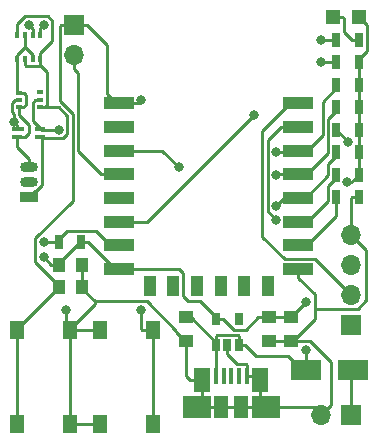
<source format=gbr>
G04 #@! TF.GenerationSoftware,KiCad,Pcbnew,(5.1.0)-1*
G04 #@! TF.CreationDate,2019-04-04T16:35:15+02:00*
G04 #@! TF.ProjectId,WiFi Environment Sensor Node,57694669-2045-46e7-9669-726f6e6d656e,rev?*
G04 #@! TF.SameCoordinates,Original*
G04 #@! TF.FileFunction,Copper,L1,Top*
G04 #@! TF.FilePolarity,Positive*
%FSLAX46Y46*%
G04 Gerber Fmt 4.6, Leading zero omitted, Abs format (unit mm)*
G04 Created by KiCad (PCBNEW (5.1.0)-1) date 2019-04-04 16:35:15*
%MOMM*%
%LPD*%
G04 APERTURE LIST*
%ADD10R,1.250000X1.000000*%
%ADD11R,0.350000X0.500000*%
%ADD12R,0.900000X0.350000*%
%ADD13R,1.000000X0.350000*%
%ADD14R,0.550000X0.300000*%
%ADD15R,2.500000X1.000000*%
%ADD16R,1.000000X1.800000*%
%ADD17R,1.700000X1.700000*%
%ADD18O,1.700000X1.700000*%
%ADD19R,1.175000X1.900000*%
%ADD20R,2.375000X1.900000*%
%ADD21R,1.475000X2.100000*%
%ADD22R,0.450000X1.380000*%
%ADD23R,0.650000X1.060000*%
%ADD24R,1.500000X0.900000*%
%ADD25O,1.500000X0.900000*%
%ADD26R,1.000000X1.250000*%
%ADD27R,2.500000X1.800000*%
%ADD28R,1.200000X1.200000*%
%ADD29R,0.700000X1.300000*%
%ADD30R,1.300000X1.550000*%
%ADD31C,0.800000*%
%ADD32C,0.250000*%
G04 APERTURE END LIST*
D10*
X135890000Y-108680000D03*
X135890000Y-106680000D03*
D11*
X116545000Y-84845000D03*
X115895000Y-84845000D03*
X115245000Y-84845000D03*
X114595000Y-84845000D03*
X114595000Y-82795000D03*
X115245000Y-82795000D03*
X115895000Y-82795000D03*
X116545000Y-82795000D03*
D12*
X116520000Y-90740000D03*
X116520000Y-91440000D03*
X114620000Y-91440000D03*
D13*
X114670000Y-90740000D03*
D14*
X114745000Y-88915000D03*
X114745000Y-88265000D03*
X114745000Y-87665000D03*
X116495000Y-87615000D03*
X116495000Y-88265000D03*
X116495000Y-88915000D03*
D15*
X138410000Y-88575000D03*
X138410000Y-90575000D03*
X138410000Y-92575000D03*
X138410000Y-94575000D03*
X138410000Y-96575000D03*
X138410000Y-98575000D03*
X138410000Y-100575000D03*
X138410000Y-102575000D03*
D16*
X135810000Y-104075000D03*
X133810000Y-104075000D03*
X131810000Y-104075000D03*
X129810000Y-104075000D03*
X127810000Y-104075000D03*
X125810000Y-104075000D03*
D15*
X123210000Y-102575000D03*
X123210000Y-100575000D03*
X123210000Y-98575000D03*
X123210000Y-96575000D03*
X123210000Y-94575000D03*
X123210000Y-92575000D03*
X123210000Y-90575000D03*
X123210000Y-88575000D03*
D17*
X119380000Y-81915000D03*
D18*
X119380000Y-84455000D03*
D19*
X133555000Y-114300000D03*
X131875000Y-114300000D03*
D20*
X135625000Y-114300000D03*
X129805000Y-114300000D03*
D21*
X135177500Y-112000000D03*
X130252500Y-112000000D03*
D22*
X134015000Y-111640000D03*
X133365000Y-111640000D03*
X132715000Y-111640000D03*
X132065000Y-111640000D03*
X131415000Y-111640000D03*
D23*
X131445000Y-106850000D03*
X133345000Y-106850000D03*
X133345000Y-109050000D03*
X132395000Y-109050000D03*
X131445000Y-109050000D03*
D24*
X115570000Y-96520000D03*
D25*
X115570000Y-93980000D03*
X115570000Y-95250000D03*
D18*
X140335000Y-114935000D03*
D17*
X142875000Y-114935000D03*
D10*
X128905000Y-106680000D03*
X128905000Y-108680000D03*
X137795000Y-108680000D03*
X137795000Y-106680000D03*
D26*
X118110000Y-102235000D03*
X120110000Y-102235000D03*
X120110000Y-104140000D03*
X118110000Y-104140000D03*
D27*
X143065000Y-111125000D03*
X139065000Y-111125000D03*
D28*
X141310000Y-81280000D03*
X143510000Y-81280000D03*
D29*
X143505000Y-90805000D03*
X141605000Y-90805000D03*
X143505000Y-92710000D03*
X141605000Y-92710000D03*
X143505000Y-94615000D03*
X141605000Y-94615000D03*
X141610000Y-85090000D03*
X143510000Y-85090000D03*
X143510000Y-88900000D03*
X141610000Y-88900000D03*
X141610000Y-86995000D03*
X143510000Y-86995000D03*
X143505000Y-96520000D03*
X141605000Y-96520000D03*
X141610000Y-83185000D03*
X143510000Y-83185000D03*
X118110000Y-100330000D03*
X120010000Y-100330000D03*
D30*
X119090000Y-107780000D03*
X114590000Y-107780000D03*
X114590000Y-115740000D03*
X119090000Y-115740000D03*
X121575000Y-107780000D03*
X126075000Y-107780000D03*
X126075000Y-115740000D03*
X121575000Y-115740000D03*
D18*
X142875000Y-99695000D03*
X142875000Y-102235000D03*
X142875000Y-104775000D03*
D17*
X142875000Y-107315000D03*
D31*
X118745000Y-106045000D03*
X139065000Y-105410000D03*
X142555002Y-95250000D03*
X116840000Y-101600000D03*
X136525000Y-98425000D03*
X128270000Y-93980000D03*
X142598052Y-91836816D03*
X136525000Y-97245000D03*
X125095000Y-106045000D03*
X116840000Y-100330000D03*
X125095000Y-88265000D03*
X140335000Y-85090000D03*
X136525000Y-94615000D03*
X118110000Y-90805000D03*
X115570000Y-81915000D03*
X114300000Y-90170000D03*
X116840000Y-81915000D03*
X136525000Y-92710000D03*
X139076365Y-109426669D03*
X140335000Y-83185000D03*
X134620000Y-89535000D03*
D32*
X133555000Y-114300000D02*
X135625000Y-114300000D01*
X115245000Y-84845000D02*
X115245000Y-85345000D01*
X134015000Y-111640000D02*
X134817500Y-111640000D01*
X116855002Y-88915000D02*
X116445000Y-88915000D01*
X117095001Y-85895001D02*
X117095001Y-88675001D01*
X116545000Y-84845000D02*
X116545000Y-85345000D01*
X117095001Y-88675001D02*
X116855002Y-88915000D01*
X134817500Y-111640000D02*
X135177500Y-112000000D01*
X115245000Y-85345000D02*
X115320001Y-85420001D01*
X116469999Y-85420001D02*
X116545000Y-85345000D01*
X115320001Y-85420001D02*
X116469999Y-85420001D01*
X116545000Y-85345000D02*
X117095001Y-85895001D01*
X131875000Y-114300000D02*
X133555000Y-114300000D01*
X135625000Y-114300000D02*
X139700000Y-114300000D01*
X139700000Y-114300000D02*
X140335000Y-114935000D01*
X129805000Y-114300000D02*
X131875000Y-114300000D01*
X130252500Y-113852500D02*
X129805000Y-114300000D01*
X130252500Y-112000000D02*
X130252500Y-113852500D01*
X135177500Y-113852500D02*
X135625000Y-114300000D01*
X135177500Y-112000000D02*
X135177500Y-113852500D01*
X119090000Y-115740000D02*
X121575000Y-115740000D01*
X119090000Y-107780000D02*
X119090000Y-115740000D01*
X121575000Y-107780000D02*
X119090000Y-107780000D01*
X142875000Y-99695000D02*
X142875000Y-96550000D01*
X142875000Y-96550000D02*
X142905000Y-96520000D01*
X142905000Y-96520000D02*
X143505000Y-96520000D01*
X117565001Y-81566999D02*
X117565001Y-83324999D01*
X117565001Y-83324999D02*
X116545000Y-84345000D01*
X116545000Y-84345000D02*
X116545000Y-84845000D01*
X115221999Y-81189999D02*
X117188001Y-81189999D01*
X117188001Y-81189999D02*
X117565001Y-81566999D01*
X114595000Y-82795000D02*
X114595000Y-81816998D01*
X114595000Y-81816998D02*
X115221999Y-81189999D01*
X116660001Y-91530001D02*
X116570000Y-91440000D01*
X116445000Y-88915000D02*
X118125000Y-88915000D01*
X118125000Y-88915000D02*
X118835001Y-89625001D01*
X118835001Y-91153001D02*
X118458001Y-91530001D01*
X118835001Y-89625001D02*
X118835001Y-91153001D01*
X118458001Y-91530001D02*
X116660001Y-91530001D01*
X129265000Y-112000000D02*
X130252500Y-112000000D01*
X128905000Y-111640000D02*
X129265000Y-112000000D01*
X128905000Y-108680000D02*
X128905000Y-111640000D01*
X134015000Y-110700000D02*
X134015000Y-111640000D01*
X133939999Y-110624999D02*
X134015000Y-110700000D01*
X133189999Y-110624999D02*
X133939999Y-110624999D01*
X132395000Y-109830000D02*
X133189999Y-110624999D01*
X132395000Y-109050000D02*
X132395000Y-109830000D01*
X135890000Y-108680000D02*
X137795000Y-108680000D01*
X139355002Y-108680000D02*
X138670000Y-108680000D01*
X141184999Y-110509997D02*
X139355002Y-108680000D01*
X141184999Y-114085001D02*
X141184999Y-110509997D01*
X140335000Y-114935000D02*
X141184999Y-114085001D01*
X137795000Y-108680000D02*
X138670000Y-108680000D01*
X120110000Y-102235000D02*
X120110000Y-104140000D01*
X128780000Y-108680000D02*
X128905000Y-108680000D01*
X128030000Y-107930000D02*
X128780000Y-108680000D01*
X128030000Y-107805000D02*
X128030000Y-107930000D01*
X125544999Y-105319999D02*
X128030000Y-107805000D01*
X120110000Y-104265000D02*
X121164999Y-105319999D01*
X120110000Y-104140000D02*
X120110000Y-104265000D01*
X121164999Y-105319999D02*
X125544999Y-105319999D01*
X121164999Y-105580001D02*
X121164999Y-105319999D01*
X119090000Y-107655000D02*
X121164999Y-105580001D01*
X119090000Y-107780000D02*
X119090000Y-107655000D01*
X116705000Y-95511029D02*
X116705000Y-91575000D01*
X116191019Y-96025010D02*
X116705000Y-95511029D01*
X116064990Y-96025010D02*
X116191019Y-96025010D01*
X115570000Y-96520000D02*
X116064990Y-96025010D01*
X116705000Y-91575000D02*
X116570000Y-91440000D01*
X118745000Y-107435000D02*
X119090000Y-107780000D01*
X118745000Y-106045000D02*
X118745000Y-107435000D01*
X138410000Y-103325000D02*
X138410000Y-102575000D01*
X139790001Y-104705001D02*
X138410000Y-103325000D01*
X137920000Y-108680000D02*
X139790001Y-106809999D01*
X137795000Y-108680000D02*
X137920000Y-108680000D01*
X143434003Y-105954999D02*
X139790001Y-105954999D01*
X144145000Y-105244002D02*
X143434003Y-105954999D01*
X144145000Y-100965000D02*
X144145000Y-105244002D01*
X142875000Y-99695000D02*
X144145000Y-100965000D01*
X139790001Y-106809999D02*
X139790001Y-105954999D01*
X139790001Y-105954999D02*
X139790001Y-104705001D01*
X114595000Y-84484998D02*
X114595000Y-84845000D01*
X115245000Y-83834998D02*
X114595000Y-84484998D01*
X115245000Y-82795000D02*
X115245000Y-83834998D01*
X114595000Y-87565000D02*
X114695000Y-87665000D01*
X114595000Y-84845000D02*
X114595000Y-87565000D01*
X115105002Y-88915000D02*
X114695000Y-88915000D01*
X115345001Y-88675001D02*
X115105002Y-88915000D01*
X115345001Y-87854999D02*
X115345001Y-88675001D01*
X115155002Y-87665000D02*
X115345001Y-87854999D01*
X114695000Y-87665000D02*
X115155002Y-87665000D01*
X115895000Y-84484998D02*
X115245000Y-83834998D01*
X115895000Y-84845000D02*
X115895000Y-84484998D01*
X114570000Y-92280000D02*
X114570000Y-91440000D01*
X115570000Y-93280000D02*
X114570000Y-92280000D01*
X115570000Y-93980000D02*
X115570000Y-93280000D01*
X114750010Y-88970010D02*
X114695000Y-88915000D01*
X114750010Y-89556420D02*
X114750010Y-88970010D01*
X115570000Y-90376410D02*
X114750010Y-89556420D01*
X115570000Y-91100002D02*
X115570000Y-90376410D01*
X115230002Y-91440000D02*
X115570000Y-91100002D01*
X114570000Y-91440000D02*
X115230002Y-91440000D01*
X143510000Y-84790000D02*
X143510000Y-85090000D01*
X144185001Y-84114999D02*
X143510000Y-84790000D01*
X144185001Y-81955001D02*
X144185001Y-84114999D01*
X143510000Y-81280000D02*
X144185001Y-81955001D01*
X143510000Y-85090000D02*
X143510000Y-86995000D01*
X143510000Y-86995000D02*
X143510000Y-88900000D01*
X143510000Y-90800000D02*
X143505000Y-90805000D01*
X143510000Y-88900000D02*
X143510000Y-90800000D01*
X143505000Y-90805000D02*
X143505000Y-92710000D01*
X143505000Y-92710000D02*
X143505000Y-94615000D01*
X135015000Y-106680000D02*
X135890000Y-106680000D01*
X133950011Y-107744989D02*
X135015000Y-106680000D01*
X132914989Y-107744989D02*
X133950011Y-107744989D01*
X132020000Y-106850000D02*
X132914989Y-107744989D01*
X131445000Y-106850000D02*
X132020000Y-106850000D01*
X135890000Y-106680000D02*
X137795000Y-106680000D01*
X137795000Y-106680000D02*
X139065000Y-105410000D01*
X142870000Y-95250000D02*
X143505000Y-94615000D01*
X142555002Y-95250000D02*
X142870000Y-95250000D01*
X124710000Y-102575000D02*
X123210000Y-102575000D01*
X128295002Y-102575000D02*
X124710000Y-102575000D01*
X128635001Y-102914999D02*
X128295002Y-102575000D01*
X128635001Y-104885003D02*
X128635001Y-102914999D01*
X129049999Y-105300001D02*
X128635001Y-104885003D01*
X130100001Y-105300001D02*
X129049999Y-105300001D01*
X131445000Y-106645000D02*
X130100001Y-105300001D01*
X131445000Y-106850000D02*
X131445000Y-106645000D01*
X119890000Y-100330000D02*
X120010000Y-100330000D01*
X118110000Y-102110000D02*
X119890000Y-100330000D01*
X118110000Y-102235000D02*
X118110000Y-102110000D01*
X122855000Y-102575000D02*
X123210000Y-102575000D01*
X120610000Y-100330000D02*
X122855000Y-102575000D01*
X120010000Y-100330000D02*
X120610000Y-100330000D01*
X118110000Y-102235000D02*
X117475000Y-102235000D01*
X117475000Y-102235000D02*
X116840000Y-101600000D01*
X137660000Y-88575000D02*
X138410000Y-88575000D01*
X135349990Y-90885010D02*
X137660000Y-88575000D01*
X135349990Y-99849992D02*
X135349990Y-90885010D01*
X137249997Y-101749999D02*
X135349990Y-99849992D01*
X139849999Y-101749999D02*
X137249997Y-101749999D01*
X142875000Y-104775000D02*
X139849999Y-101749999D01*
X136910000Y-90575000D02*
X138410000Y-90575000D01*
X135799999Y-91685001D02*
X136910000Y-90575000D01*
X135799999Y-97699999D02*
X135799999Y-91685001D01*
X136525000Y-98425000D02*
X135799999Y-97699999D01*
X123210000Y-92575000D02*
X126865000Y-92575000D01*
X126865000Y-92575000D02*
X128270000Y-93980000D01*
X142598052Y-91798052D02*
X141605000Y-90805000D01*
X142598052Y-91836816D02*
X142598052Y-91798052D01*
X126075000Y-107780000D02*
X126075000Y-115740000D01*
X138410000Y-96575000D02*
X137195000Y-96575000D01*
X137195000Y-96575000D02*
X136525000Y-97245000D01*
X125175000Y-107780000D02*
X126075000Y-107780000D01*
X125095000Y-107700000D02*
X125175000Y-107780000D01*
X125095000Y-106045000D02*
X125095000Y-107700000D01*
X141605000Y-93010000D02*
X141605000Y-92710000D01*
X140929999Y-93685001D02*
X141605000Y-93010000D01*
X140929999Y-94655001D02*
X140929999Y-93685001D01*
X139010000Y-96575000D02*
X140929999Y-94655001D01*
X138410000Y-96575000D02*
X139010000Y-96575000D01*
X141605000Y-94915000D02*
X141605000Y-94615000D01*
X140929999Y-95590001D02*
X141605000Y-94915000D01*
X140929999Y-96805001D02*
X140929999Y-95590001D01*
X139160000Y-98575000D02*
X140929999Y-96805001D01*
X138410000Y-98575000D02*
X139160000Y-98575000D01*
X141605000Y-97420000D02*
X141605000Y-96520000D01*
X141605000Y-98130000D02*
X141605000Y-97420000D01*
X139160000Y-100575000D02*
X141605000Y-98130000D01*
X138410000Y-100575000D02*
X139160000Y-100575000D01*
X116840000Y-100330000D02*
X118110000Y-100330000D01*
X118110000Y-100330000D02*
X118110000Y-100030000D01*
X118785001Y-99354999D02*
X121239999Y-99354999D01*
X122460000Y-100575000D02*
X123210000Y-100575000D01*
X118110000Y-100030000D02*
X118785001Y-99354999D01*
X121239999Y-99354999D02*
X122460000Y-100575000D01*
X114590000Y-115740000D02*
X114590000Y-107780000D01*
X123040364Y-88575000D02*
X123210000Y-88575000D01*
X122229990Y-87764626D02*
X123040364Y-88575000D01*
X122229990Y-83664990D02*
X122229990Y-87764626D01*
X120480000Y-81915000D02*
X122229990Y-83664990D01*
X119380000Y-81915000D02*
X120480000Y-81915000D01*
X123210000Y-88575000D02*
X124785000Y-88575000D01*
X124785000Y-88575000D02*
X125095000Y-88265000D01*
X140335000Y-85090000D02*
X141610000Y-85090000D01*
X116114999Y-102019999D02*
X118110000Y-104015000D01*
X116114999Y-99981999D02*
X116114999Y-102019999D01*
X119285011Y-96811987D02*
X116114999Y-99981999D01*
X119285011Y-89438601D02*
X119285011Y-96811987D01*
X118204999Y-88358589D02*
X119285011Y-89438601D01*
X118204999Y-81990001D02*
X118204999Y-88358589D01*
X118280000Y-81915000D02*
X118204999Y-81990001D01*
X118110000Y-104015000D02*
X118110000Y-104140000D01*
X119380000Y-81915000D02*
X118280000Y-81915000D01*
X118105000Y-104140000D02*
X118110000Y-104140000D01*
X114590000Y-107655000D02*
X118105000Y-104140000D01*
X114590000Y-107780000D02*
X114590000Y-107655000D01*
X119380000Y-85657081D02*
X119380000Y-84455000D01*
X119735021Y-86012102D02*
X119380000Y-85657081D01*
X119735021Y-92600021D02*
X119735021Y-86012102D01*
X121710000Y-94575000D02*
X119735021Y-92600021D01*
X123210000Y-94575000D02*
X121710000Y-94575000D01*
X138410000Y-94575000D02*
X136565000Y-94575000D01*
X136565000Y-94575000D02*
X136525000Y-94615000D01*
X116635000Y-90805000D02*
X116570000Y-90740000D01*
X118110000Y-90805000D02*
X116635000Y-90805000D01*
X116134998Y-88265000D02*
X116445000Y-88265000D01*
X115894999Y-88504999D02*
X116134998Y-88265000D01*
X115894999Y-90064999D02*
X115894999Y-88504999D01*
X116570000Y-90740000D02*
X115894999Y-90064999D01*
X115895000Y-82795000D02*
X115895000Y-82240000D01*
X115895000Y-82240000D02*
X115570000Y-81915000D01*
X141610000Y-89200000D02*
X141610000Y-88900000D01*
X140929999Y-89880001D02*
X141610000Y-89200000D01*
X140929999Y-92805001D02*
X140929999Y-89880001D01*
X139160000Y-94575000D02*
X140929999Y-92805001D01*
X138410000Y-94575000D02*
X139160000Y-94575000D01*
X114570000Y-90740000D02*
X114570000Y-90440000D01*
X114570000Y-90440000D02*
X114300000Y-90170000D01*
X114384998Y-88265000D02*
X114695000Y-88265000D01*
X114144999Y-88504999D02*
X114384998Y-88265000D01*
X114144999Y-89325001D02*
X114144999Y-88504999D01*
X114300000Y-89480002D02*
X114144999Y-89325001D01*
X114300000Y-90170000D02*
X114300000Y-89480002D01*
X116545000Y-82795000D02*
X116545000Y-82210000D01*
X116545000Y-82210000D02*
X116840000Y-81915000D01*
X136525000Y-92710000D02*
X138275000Y-92710000D01*
X138275000Y-92710000D02*
X138410000Y-92575000D01*
X141610000Y-87295000D02*
X141610000Y-86995000D01*
X140479989Y-88425011D02*
X141610000Y-87295000D01*
X140479989Y-91255011D02*
X140479989Y-88425011D01*
X139160000Y-92575000D02*
X140479989Y-91255011D01*
X138410000Y-92575000D02*
X139160000Y-92575000D01*
X131415000Y-109080000D02*
X131445000Y-109050000D01*
X131415000Y-111640000D02*
X131415000Y-109080000D01*
X129280000Y-106680000D02*
X128905000Y-106680000D01*
X131445000Y-108845000D02*
X129280000Y-106680000D01*
X131445000Y-109050000D02*
X131445000Y-108845000D01*
X133345000Y-108270000D02*
X133345000Y-109050000D01*
X133269999Y-108194999D02*
X133345000Y-108270000D01*
X131520001Y-108194999D02*
X133269999Y-108194999D01*
X131445000Y-108270000D02*
X131520001Y-108194999D01*
X131445000Y-109050000D02*
X131445000Y-108270000D01*
X138715000Y-111125000D02*
X139065000Y-111125000D01*
X137565000Y-109975000D02*
X138715000Y-111125000D01*
X134845000Y-109975000D02*
X137565000Y-109975000D01*
X133920000Y-109050000D02*
X134845000Y-109975000D01*
X133345000Y-109050000D02*
X133920000Y-109050000D01*
X139065000Y-111125000D02*
X139065000Y-109438034D01*
X139065000Y-109438034D02*
X139076365Y-109426669D01*
X142875000Y-111315000D02*
X143065000Y-111125000D01*
X142875000Y-114935000D02*
X142875000Y-111315000D01*
X142910000Y-83185000D02*
X143510000Y-83185000D01*
X142285001Y-82560001D02*
X142910000Y-83185000D01*
X142285001Y-81405001D02*
X142285001Y-82560001D01*
X142160000Y-81280000D02*
X142285001Y-81405001D01*
X141310000Y-81280000D02*
X142160000Y-81280000D01*
X141610000Y-83185000D02*
X140335000Y-83185000D01*
X123210000Y-98575000D02*
X125580000Y-98575000D01*
X125580000Y-98575000D02*
X134620000Y-89535000D01*
M02*

</source>
